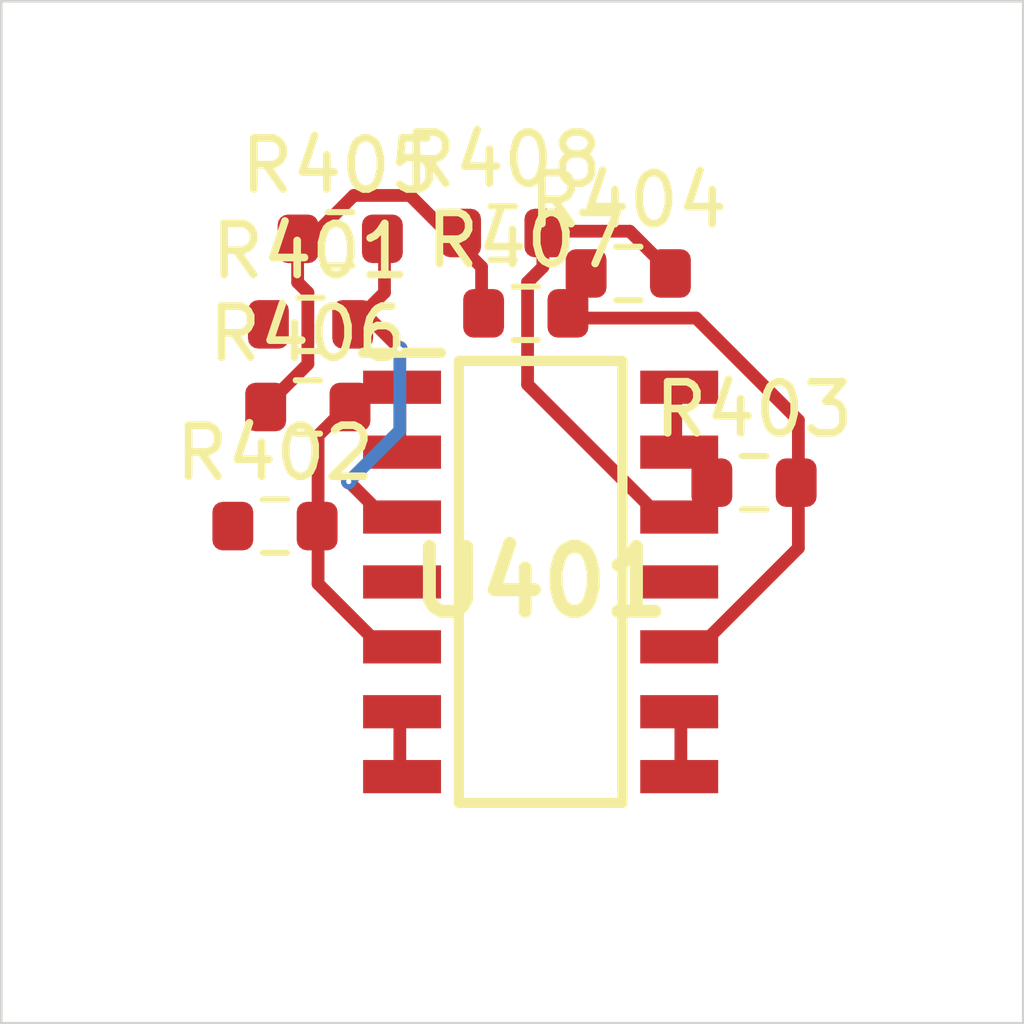
<source format=kicad_pcb>
 ( kicad_pcb  ( version 20171130 )
 ( host pcbnew 5.1.12-84ad8e8a86~92~ubuntu18.04.1 )
 ( general  ( thickness 1.6 )
 ( drawings 4 )
 ( tracks 0 )
 ( zones 0 )
 ( modules 9 )
 ( nets 14 )
)
 ( page A4 )
 ( layers  ( 0 F.Cu signal )
 ( 31 B.Cu signal )
 ( 32 B.Adhes user )
 ( 33 F.Adhes user )
 ( 34 B.Paste user )
 ( 35 F.Paste user )
 ( 36 B.SilkS user )
 ( 37 F.SilkS user )
 ( 38 B.Mask user )
 ( 39 F.Mask user )
 ( 40 Dwgs.User user )
 ( 41 Cmts.User user )
 ( 42 Eco1.User user )
 ( 43 Eco2.User user )
 ( 44 Edge.Cuts user )
 ( 45 Margin user )
 ( 46 B.CrtYd user )
 ( 47 F.CrtYd user )
 ( 48 B.Fab user )
 ( 49 F.Fab user )
)
 ( setup  ( last_trace_width 0.25 )
 ( trace_clearance 0.2 )
 ( zone_clearance 0.508 )
 ( zone_45_only no )
 ( trace_min 0.2 )
 ( via_size 0.8 )
 ( via_drill 0.4 )
 ( via_min_size 0.4 )
 ( via_min_drill 0.3 )
 ( uvia_size 0.3 )
 ( uvia_drill 0.1 )
 ( uvias_allowed no )
 ( uvia_min_size 0.2 )
 ( uvia_min_drill 0.1 )
 ( edge_width 0.05 )
 ( segment_width 0.2 )
 ( pcb_text_width 0.3 )
 ( pcb_text_size 1.5 1.5 )
 ( mod_edge_width 0.12 )
 ( mod_text_size 1 1 )
 ( mod_text_width 0.15 )
 ( pad_size 1.524 1.524 )
 ( pad_drill 0.762 )
 ( pad_to_mask_clearance 0 )
 ( aux_axis_origin 0 0 )
 ( visible_elements FFFFFF7F )
 ( pcbplotparams  ( layerselection 0x010fc_ffffffff )
 ( usegerberextensions false )
 ( usegerberattributes true )
 ( usegerberadvancedattributes true )
 ( creategerberjobfile true )
 ( excludeedgelayer true )
 ( linewidth 0.100000 )
 ( plotframeref false )
 ( viasonmask false )
 ( mode 1 )
 ( useauxorigin false )
 ( hpglpennumber 1 )
 ( hpglpenspeed 20 )
 ( hpglpendiameter 15.000000 )
 ( psnegative false )
 ( psa4output false )
 ( plotreference true )
 ( plotvalue true )
 ( plotinvisibletext false )
 ( padsonsilk false )
 ( subtractmaskfromsilk false )
 ( outputformat 1 )
 ( mirror false )
 ( drillshape 1 )
 ( scaleselection 1 )
 ( outputdirectory "" )
)
)
 ( net 0 "" )
 ( net 1 /Sheet6235D886/vp )
 ( net 2 /Sheet6248AD22/chn0 )
 ( net 3 /Sheet6248AD22/chn1 )
 ( net 4 /Sheet6248AD22/chn2 )
 ( net 5 /Sheet6248AD22/chn3 )
 ( net 6 "Net-(R401-Pad2)" )
 ( net 7 "Net-(R402-Pad2)" )
 ( net 8 "Net-(R403-Pad2)" )
 ( net 9 "Net-(R404-Pad2)" )
 ( net 10 /Sheet6248AD22/chn0_n )
 ( net 11 /Sheet6248AD22/chn1_n )
 ( net 12 /Sheet6248AD22/chn2_n )
 ( net 13 /Sheet6248AD22/chn3_n )
 ( net_class Default "This is the default net class."  ( clearance 0.2 )
 ( trace_width 0.25 )
 ( via_dia 0.8 )
 ( via_drill 0.4 )
 ( uvia_dia 0.3 )
 ( uvia_drill 0.1 )
 ( add_net /Sheet6235D886/vp )
 ( add_net /Sheet6248AD22/chn0 )
 ( add_net /Sheet6248AD22/chn0_n )
 ( add_net /Sheet6248AD22/chn1 )
 ( add_net /Sheet6248AD22/chn1_n )
 ( add_net /Sheet6248AD22/chn2 )
 ( add_net /Sheet6248AD22/chn2_n )
 ( add_net /Sheet6248AD22/chn3 )
 ( add_net /Sheet6248AD22/chn3_n )
 ( add_net "Net-(R401-Pad2)" )
 ( add_net "Net-(R402-Pad2)" )
 ( add_net "Net-(R403-Pad2)" )
 ( add_net "Net-(R404-Pad2)" )
)
 ( module Resistor_SMD:R_0603_1608Metric  ( layer F.Cu )
 ( tedit 5F68FEEE )
 ( tstamp 623425C8 )
 ( at 86.052600 106.323000 )
 ( descr "Resistor SMD 0603 (1608 Metric), square (rectangular) end terminal, IPC_7351 nominal, (Body size source: IPC-SM-782 page 72, https://www.pcb-3d.com/wordpress/wp-content/uploads/ipc-sm-782a_amendment_1_and_2.pdf), generated with kicad-footprint-generator" )
 ( tags resistor )
 ( path /6248AD23/6249ADFD )
 ( attr smd )
 ( fp_text reference R401  ( at 0 -1.43 )
 ( layer F.SilkS )
 ( effects  ( font  ( size 1 1 )
 ( thickness 0.15 )
)
)
)
 ( fp_text value 10M  ( at 0 1.43 )
 ( layer F.Fab )
 ( effects  ( font  ( size 1 1 )
 ( thickness 0.15 )
)
)
)
 ( fp_line  ( start -0.8 0.4125 )
 ( end -0.8 -0.4125 )
 ( layer F.Fab )
 ( width 0.1 )
)
 ( fp_line  ( start -0.8 -0.4125 )
 ( end 0.8 -0.4125 )
 ( layer F.Fab )
 ( width 0.1 )
)
 ( fp_line  ( start 0.8 -0.4125 )
 ( end 0.8 0.4125 )
 ( layer F.Fab )
 ( width 0.1 )
)
 ( fp_line  ( start 0.8 0.4125 )
 ( end -0.8 0.4125 )
 ( layer F.Fab )
 ( width 0.1 )
)
 ( fp_line  ( start -0.237258 -0.5225 )
 ( end 0.237258 -0.5225 )
 ( layer F.SilkS )
 ( width 0.12 )
)
 ( fp_line  ( start -0.237258 0.5225 )
 ( end 0.237258 0.5225 )
 ( layer F.SilkS )
 ( width 0.12 )
)
 ( fp_line  ( start -1.48 0.73 )
 ( end -1.48 -0.73 )
 ( layer F.CrtYd )
 ( width 0.05 )
)
 ( fp_line  ( start -1.48 -0.73 )
 ( end 1.48 -0.73 )
 ( layer F.CrtYd )
 ( width 0.05 )
)
 ( fp_line  ( start 1.48 -0.73 )
 ( end 1.48 0.73 )
 ( layer F.CrtYd )
 ( width 0.05 )
)
 ( fp_line  ( start 1.48 0.73 )
 ( end -1.48 0.73 )
 ( layer F.CrtYd )
 ( width 0.05 )
)
 ( fp_text user %R  ( at 0 0 )
 ( layer F.Fab )
 ( effects  ( font  ( size 0.4 0.4 )
 ( thickness 0.06 )
)
)
)
 ( pad 2 smd roundrect  ( at 0.825 0 )
 ( size 0.8 0.95 )
 ( layers F.Cu F.Mask F.Paste )
 ( roundrect_rratio 0.25 )
 ( net 6 "Net-(R401-Pad2)" )
)
 ( pad 1 smd roundrect  ( at -0.825 0 )
 ( size 0.8 0.95 )
 ( layers F.Cu F.Mask F.Paste )
 ( roundrect_rratio 0.25 )
 ( net 10 /Sheet6248AD22/chn0_n )
)
 ( model ${KISYS3DMOD}/Resistor_SMD.3dshapes/R_0603_1608Metric.wrl  ( at  ( xyz 0 0 0 )
)
 ( scale  ( xyz 1 1 1 )
)
 ( rotate  ( xyz 0 0 0 )
)
)
)
 ( module Resistor_SMD:R_0603_1608Metric  ( layer F.Cu )
 ( tedit 5F68FEEE )
 ( tstamp 623425D9 )
 ( at 85.356800 110.271000 )
 ( descr "Resistor SMD 0603 (1608 Metric), square (rectangular) end terminal, IPC_7351 nominal, (Body size source: IPC-SM-782 page 72, https://www.pcb-3d.com/wordpress/wp-content/uploads/ipc-sm-782a_amendment_1_and_2.pdf), generated with kicad-footprint-generator" )
 ( tags resistor )
 ( path /6248AD23/6249B75E )
 ( attr smd )
 ( fp_text reference R402  ( at 0 -1.43 )
 ( layer F.SilkS )
 ( effects  ( font  ( size 1 1 )
 ( thickness 0.15 )
)
)
)
 ( fp_text value 10M  ( at 0 1.43 )
 ( layer F.Fab )
 ( effects  ( font  ( size 1 1 )
 ( thickness 0.15 )
)
)
)
 ( fp_line  ( start 1.48 0.73 )
 ( end -1.48 0.73 )
 ( layer F.CrtYd )
 ( width 0.05 )
)
 ( fp_line  ( start 1.48 -0.73 )
 ( end 1.48 0.73 )
 ( layer F.CrtYd )
 ( width 0.05 )
)
 ( fp_line  ( start -1.48 -0.73 )
 ( end 1.48 -0.73 )
 ( layer F.CrtYd )
 ( width 0.05 )
)
 ( fp_line  ( start -1.48 0.73 )
 ( end -1.48 -0.73 )
 ( layer F.CrtYd )
 ( width 0.05 )
)
 ( fp_line  ( start -0.237258 0.5225 )
 ( end 0.237258 0.5225 )
 ( layer F.SilkS )
 ( width 0.12 )
)
 ( fp_line  ( start -0.237258 -0.5225 )
 ( end 0.237258 -0.5225 )
 ( layer F.SilkS )
 ( width 0.12 )
)
 ( fp_line  ( start 0.8 0.4125 )
 ( end -0.8 0.4125 )
 ( layer F.Fab )
 ( width 0.1 )
)
 ( fp_line  ( start 0.8 -0.4125 )
 ( end 0.8 0.4125 )
 ( layer F.Fab )
 ( width 0.1 )
)
 ( fp_line  ( start -0.8 -0.4125 )
 ( end 0.8 -0.4125 )
 ( layer F.Fab )
 ( width 0.1 )
)
 ( fp_line  ( start -0.8 0.4125 )
 ( end -0.8 -0.4125 )
 ( layer F.Fab )
 ( width 0.1 )
)
 ( fp_text user %R  ( at 0 0 )
 ( layer F.Fab )
 ( effects  ( font  ( size 0.4 0.4 )
 ( thickness 0.06 )
)
)
)
 ( pad 1 smd roundrect  ( at -0.825 0 )
 ( size 0.8 0.95 )
 ( layers F.Cu F.Mask F.Paste )
 ( roundrect_rratio 0.25 )
 ( net 11 /Sheet6248AD22/chn1_n )
)
 ( pad 2 smd roundrect  ( at 0.825 0 )
 ( size 0.8 0.95 )
 ( layers F.Cu F.Mask F.Paste )
 ( roundrect_rratio 0.25 )
 ( net 7 "Net-(R402-Pad2)" )
)
 ( model ${KISYS3DMOD}/Resistor_SMD.3dshapes/R_0603_1608Metric.wrl  ( at  ( xyz 0 0 0 )
)
 ( scale  ( xyz 1 1 1 )
)
 ( rotate  ( xyz 0 0 0 )
)
)
)
 ( module Resistor_SMD:R_0603_1608Metric  ( layer F.Cu )
 ( tedit 5F68FEEE )
 ( tstamp 623425EA )
 ( at 94.732000 109.421000 )
 ( descr "Resistor SMD 0603 (1608 Metric), square (rectangular) end terminal, IPC_7351 nominal, (Body size source: IPC-SM-782 page 72, https://www.pcb-3d.com/wordpress/wp-content/uploads/ipc-sm-782a_amendment_1_and_2.pdf), generated with kicad-footprint-generator" )
 ( tags resistor )
 ( path /6248AD23/6249FB7A )
 ( attr smd )
 ( fp_text reference R403  ( at 0 -1.43 )
 ( layer F.SilkS )
 ( effects  ( font  ( size 1 1 )
 ( thickness 0.15 )
)
)
)
 ( fp_text value 10M  ( at 0 1.43 )
 ( layer F.Fab )
 ( effects  ( font  ( size 1 1 )
 ( thickness 0.15 )
)
)
)
 ( fp_line  ( start 1.48 0.73 )
 ( end -1.48 0.73 )
 ( layer F.CrtYd )
 ( width 0.05 )
)
 ( fp_line  ( start 1.48 -0.73 )
 ( end 1.48 0.73 )
 ( layer F.CrtYd )
 ( width 0.05 )
)
 ( fp_line  ( start -1.48 -0.73 )
 ( end 1.48 -0.73 )
 ( layer F.CrtYd )
 ( width 0.05 )
)
 ( fp_line  ( start -1.48 0.73 )
 ( end -1.48 -0.73 )
 ( layer F.CrtYd )
 ( width 0.05 )
)
 ( fp_line  ( start -0.237258 0.5225 )
 ( end 0.237258 0.5225 )
 ( layer F.SilkS )
 ( width 0.12 )
)
 ( fp_line  ( start -0.237258 -0.5225 )
 ( end 0.237258 -0.5225 )
 ( layer F.SilkS )
 ( width 0.12 )
)
 ( fp_line  ( start 0.8 0.4125 )
 ( end -0.8 0.4125 )
 ( layer F.Fab )
 ( width 0.1 )
)
 ( fp_line  ( start 0.8 -0.4125 )
 ( end 0.8 0.4125 )
 ( layer F.Fab )
 ( width 0.1 )
)
 ( fp_line  ( start -0.8 -0.4125 )
 ( end 0.8 -0.4125 )
 ( layer F.Fab )
 ( width 0.1 )
)
 ( fp_line  ( start -0.8 0.4125 )
 ( end -0.8 -0.4125 )
 ( layer F.Fab )
 ( width 0.1 )
)
 ( fp_text user %R  ( at 0 0 )
 ( layer F.Fab )
 ( effects  ( font  ( size 0.4 0.4 )
 ( thickness 0.06 )
)
)
)
 ( pad 1 smd roundrect  ( at -0.825 0 )
 ( size 0.8 0.95 )
 ( layers F.Cu F.Mask F.Paste )
 ( roundrect_rratio 0.25 )
 ( net 12 /Sheet6248AD22/chn2_n )
)
 ( pad 2 smd roundrect  ( at 0.825 0 )
 ( size 0.8 0.95 )
 ( layers F.Cu F.Mask F.Paste )
 ( roundrect_rratio 0.25 )
 ( net 8 "Net-(R403-Pad2)" )
)
 ( model ${KISYS3DMOD}/Resistor_SMD.3dshapes/R_0603_1608Metric.wrl  ( at  ( xyz 0 0 0 )
)
 ( scale  ( xyz 1 1 1 )
)
 ( rotate  ( xyz 0 0 0 )
)
)
)
 ( module Resistor_SMD:R_0603_1608Metric  ( layer F.Cu )
 ( tedit 5F68FEEE )
 ( tstamp 623425FB )
 ( at 92.270800 105.327000 )
 ( descr "Resistor SMD 0603 (1608 Metric), square (rectangular) end terminal, IPC_7351 nominal, (Body size source: IPC-SM-782 page 72, https://www.pcb-3d.com/wordpress/wp-content/uploads/ipc-sm-782a_amendment_1_and_2.pdf), generated with kicad-footprint-generator" )
 ( tags resistor )
 ( path /6248AD23/6249FB74 )
 ( attr smd )
 ( fp_text reference R404  ( at 0 -1.43 )
 ( layer F.SilkS )
 ( effects  ( font  ( size 1 1 )
 ( thickness 0.15 )
)
)
)
 ( fp_text value 10M  ( at 0 1.43 )
 ( layer F.Fab )
 ( effects  ( font  ( size 1 1 )
 ( thickness 0.15 )
)
)
)
 ( fp_line  ( start -0.8 0.4125 )
 ( end -0.8 -0.4125 )
 ( layer F.Fab )
 ( width 0.1 )
)
 ( fp_line  ( start -0.8 -0.4125 )
 ( end 0.8 -0.4125 )
 ( layer F.Fab )
 ( width 0.1 )
)
 ( fp_line  ( start 0.8 -0.4125 )
 ( end 0.8 0.4125 )
 ( layer F.Fab )
 ( width 0.1 )
)
 ( fp_line  ( start 0.8 0.4125 )
 ( end -0.8 0.4125 )
 ( layer F.Fab )
 ( width 0.1 )
)
 ( fp_line  ( start -0.237258 -0.5225 )
 ( end 0.237258 -0.5225 )
 ( layer F.SilkS )
 ( width 0.12 )
)
 ( fp_line  ( start -0.237258 0.5225 )
 ( end 0.237258 0.5225 )
 ( layer F.SilkS )
 ( width 0.12 )
)
 ( fp_line  ( start -1.48 0.73 )
 ( end -1.48 -0.73 )
 ( layer F.CrtYd )
 ( width 0.05 )
)
 ( fp_line  ( start -1.48 -0.73 )
 ( end 1.48 -0.73 )
 ( layer F.CrtYd )
 ( width 0.05 )
)
 ( fp_line  ( start 1.48 -0.73 )
 ( end 1.48 0.73 )
 ( layer F.CrtYd )
 ( width 0.05 )
)
 ( fp_line  ( start 1.48 0.73 )
 ( end -1.48 0.73 )
 ( layer F.CrtYd )
 ( width 0.05 )
)
 ( fp_text user %R  ( at 0 0 )
 ( layer F.Fab )
 ( effects  ( font  ( size 0.4 0.4 )
 ( thickness 0.06 )
)
)
)
 ( pad 2 smd roundrect  ( at 0.825 0 )
 ( size 0.8 0.95 )
 ( layers F.Cu F.Mask F.Paste )
 ( roundrect_rratio 0.25 )
 ( net 9 "Net-(R404-Pad2)" )
)
 ( pad 1 smd roundrect  ( at -0.825 0 )
 ( size 0.8 0.95 )
 ( layers F.Cu F.Mask F.Paste )
 ( roundrect_rratio 0.25 )
 ( net 13 /Sheet6248AD22/chn3_n )
)
 ( model ${KISYS3DMOD}/Resistor_SMD.3dshapes/R_0603_1608Metric.wrl  ( at  ( xyz 0 0 0 )
)
 ( scale  ( xyz 1 1 1 )
)
 ( rotate  ( xyz 0 0 0 )
)
)
)
 ( module Resistor_SMD:R_0603_1608Metric  ( layer F.Cu )
 ( tedit 5F68FEEE )
 ( tstamp 6234260C )
 ( at 86.633700 104.649000 )
 ( descr "Resistor SMD 0603 (1608 Metric), square (rectangular) end terminal, IPC_7351 nominal, (Body size source: IPC-SM-782 page 72, https://www.pcb-3d.com/wordpress/wp-content/uploads/ipc-sm-782a_amendment_1_and_2.pdf), generated with kicad-footprint-generator" )
 ( tags resistor )
 ( path /6248AD23/62497F62 )
 ( attr smd )
 ( fp_text reference R405  ( at 0 -1.43 )
 ( layer F.SilkS )
 ( effects  ( font  ( size 1 1 )
 ( thickness 0.15 )
)
)
)
 ( fp_text value 750k  ( at 0 1.43 )
 ( layer F.Fab )
 ( effects  ( font  ( size 1 1 )
 ( thickness 0.15 )
)
)
)
 ( fp_line  ( start -0.8 0.4125 )
 ( end -0.8 -0.4125 )
 ( layer F.Fab )
 ( width 0.1 )
)
 ( fp_line  ( start -0.8 -0.4125 )
 ( end 0.8 -0.4125 )
 ( layer F.Fab )
 ( width 0.1 )
)
 ( fp_line  ( start 0.8 -0.4125 )
 ( end 0.8 0.4125 )
 ( layer F.Fab )
 ( width 0.1 )
)
 ( fp_line  ( start 0.8 0.4125 )
 ( end -0.8 0.4125 )
 ( layer F.Fab )
 ( width 0.1 )
)
 ( fp_line  ( start -0.237258 -0.5225 )
 ( end 0.237258 -0.5225 )
 ( layer F.SilkS )
 ( width 0.12 )
)
 ( fp_line  ( start -0.237258 0.5225 )
 ( end 0.237258 0.5225 )
 ( layer F.SilkS )
 ( width 0.12 )
)
 ( fp_line  ( start -1.48 0.73 )
 ( end -1.48 -0.73 )
 ( layer F.CrtYd )
 ( width 0.05 )
)
 ( fp_line  ( start -1.48 -0.73 )
 ( end 1.48 -0.73 )
 ( layer F.CrtYd )
 ( width 0.05 )
)
 ( fp_line  ( start 1.48 -0.73 )
 ( end 1.48 0.73 )
 ( layer F.CrtYd )
 ( width 0.05 )
)
 ( fp_line  ( start 1.48 0.73 )
 ( end -1.48 0.73 )
 ( layer F.CrtYd )
 ( width 0.05 )
)
 ( fp_text user %R  ( at 0 0 )
 ( layer F.Fab )
 ( effects  ( font  ( size 0.4 0.4 )
 ( thickness 0.06 )
)
)
)
 ( pad 2 smd roundrect  ( at 0.825 0 )
 ( size 0.8 0.95 )
 ( layers F.Cu F.Mask F.Paste )
 ( roundrect_rratio 0.25 )
 ( net 6 "Net-(R401-Pad2)" )
)
 ( pad 1 smd roundrect  ( at -0.825 0 )
 ( size 0.8 0.95 )
 ( layers F.Cu F.Mask F.Paste )
 ( roundrect_rratio 0.25 )
 ( net 1 /Sheet6235D886/vp )
)
 ( model ${KISYS3DMOD}/Resistor_SMD.3dshapes/R_0603_1608Metric.wrl  ( at  ( xyz 0 0 0 )
)
 ( scale  ( xyz 1 1 1 )
)
 ( rotate  ( xyz 0 0 0 )
)
)
)
 ( module Resistor_SMD:R_0603_1608Metric  ( layer F.Cu )
 ( tedit 5F68FEEE )
 ( tstamp 6234261D )
 ( at 85.999900 107.940000 )
 ( descr "Resistor SMD 0603 (1608 Metric), square (rectangular) end terminal, IPC_7351 nominal, (Body size source: IPC-SM-782 page 72, https://www.pcb-3d.com/wordpress/wp-content/uploads/ipc-sm-782a_amendment_1_and_2.pdf), generated with kicad-footprint-generator" )
 ( tags resistor )
 ( path /6248AD23/62499098 )
 ( attr smd )
 ( fp_text reference R406  ( at 0 -1.43 )
 ( layer F.SilkS )
 ( effects  ( font  ( size 1 1 )
 ( thickness 0.15 )
)
)
)
 ( fp_text value 750k  ( at 0 1.43 )
 ( layer F.Fab )
 ( effects  ( font  ( size 1 1 )
 ( thickness 0.15 )
)
)
)
 ( fp_line  ( start 1.48 0.73 )
 ( end -1.48 0.73 )
 ( layer F.CrtYd )
 ( width 0.05 )
)
 ( fp_line  ( start 1.48 -0.73 )
 ( end 1.48 0.73 )
 ( layer F.CrtYd )
 ( width 0.05 )
)
 ( fp_line  ( start -1.48 -0.73 )
 ( end 1.48 -0.73 )
 ( layer F.CrtYd )
 ( width 0.05 )
)
 ( fp_line  ( start -1.48 0.73 )
 ( end -1.48 -0.73 )
 ( layer F.CrtYd )
 ( width 0.05 )
)
 ( fp_line  ( start -0.237258 0.5225 )
 ( end 0.237258 0.5225 )
 ( layer F.SilkS )
 ( width 0.12 )
)
 ( fp_line  ( start -0.237258 -0.5225 )
 ( end 0.237258 -0.5225 )
 ( layer F.SilkS )
 ( width 0.12 )
)
 ( fp_line  ( start 0.8 0.4125 )
 ( end -0.8 0.4125 )
 ( layer F.Fab )
 ( width 0.1 )
)
 ( fp_line  ( start 0.8 -0.4125 )
 ( end 0.8 0.4125 )
 ( layer F.Fab )
 ( width 0.1 )
)
 ( fp_line  ( start -0.8 -0.4125 )
 ( end 0.8 -0.4125 )
 ( layer F.Fab )
 ( width 0.1 )
)
 ( fp_line  ( start -0.8 0.4125 )
 ( end -0.8 -0.4125 )
 ( layer F.Fab )
 ( width 0.1 )
)
 ( fp_text user %R  ( at 0 0 )
 ( layer F.Fab )
 ( effects  ( font  ( size 0.4 0.4 )
 ( thickness 0.06 )
)
)
)
 ( pad 1 smd roundrect  ( at -0.825 0 )
 ( size 0.8 0.95 )
 ( layers F.Cu F.Mask F.Paste )
 ( roundrect_rratio 0.25 )
 ( net 1 /Sheet6235D886/vp )
)
 ( pad 2 smd roundrect  ( at 0.825 0 )
 ( size 0.8 0.95 )
 ( layers F.Cu F.Mask F.Paste )
 ( roundrect_rratio 0.25 )
 ( net 7 "Net-(R402-Pad2)" )
)
 ( model ${KISYS3DMOD}/Resistor_SMD.3dshapes/R_0603_1608Metric.wrl  ( at  ( xyz 0 0 0 )
)
 ( scale  ( xyz 1 1 1 )
)
 ( rotate  ( xyz 0 0 0 )
)
)
)
 ( module Resistor_SMD:R_0603_1608Metric  ( layer F.Cu )
 ( tedit 5F68FEEE )
 ( tstamp 6234262E )
 ( at 90.264900 106.107000 )
 ( descr "Resistor SMD 0603 (1608 Metric), square (rectangular) end terminal, IPC_7351 nominal, (Body size source: IPC-SM-782 page 72, https://www.pcb-3d.com/wordpress/wp-content/uploads/ipc-sm-782a_amendment_1_and_2.pdf), generated with kicad-footprint-generator" )
 ( tags resistor )
 ( path /6248AD23/624A0FFB )
 ( attr smd )
 ( fp_text reference R407  ( at 0 -1.43 )
 ( layer F.SilkS )
 ( effects  ( font  ( size 1 1 )
 ( thickness 0.15 )
)
)
)
 ( fp_text value 1.5M  ( at 0 1.43 )
 ( layer F.Fab )
 ( effects  ( font  ( size 1 1 )
 ( thickness 0.15 )
)
)
)
 ( fp_line  ( start 1.48 0.73 )
 ( end -1.48 0.73 )
 ( layer F.CrtYd )
 ( width 0.05 )
)
 ( fp_line  ( start 1.48 -0.73 )
 ( end 1.48 0.73 )
 ( layer F.CrtYd )
 ( width 0.05 )
)
 ( fp_line  ( start -1.48 -0.73 )
 ( end 1.48 -0.73 )
 ( layer F.CrtYd )
 ( width 0.05 )
)
 ( fp_line  ( start -1.48 0.73 )
 ( end -1.48 -0.73 )
 ( layer F.CrtYd )
 ( width 0.05 )
)
 ( fp_line  ( start -0.237258 0.5225 )
 ( end 0.237258 0.5225 )
 ( layer F.SilkS )
 ( width 0.12 )
)
 ( fp_line  ( start -0.237258 -0.5225 )
 ( end 0.237258 -0.5225 )
 ( layer F.SilkS )
 ( width 0.12 )
)
 ( fp_line  ( start 0.8 0.4125 )
 ( end -0.8 0.4125 )
 ( layer F.Fab )
 ( width 0.1 )
)
 ( fp_line  ( start 0.8 -0.4125 )
 ( end 0.8 0.4125 )
 ( layer F.Fab )
 ( width 0.1 )
)
 ( fp_line  ( start -0.8 -0.4125 )
 ( end 0.8 -0.4125 )
 ( layer F.Fab )
 ( width 0.1 )
)
 ( fp_line  ( start -0.8 0.4125 )
 ( end -0.8 -0.4125 )
 ( layer F.Fab )
 ( width 0.1 )
)
 ( fp_text user %R  ( at 0 0 )
 ( layer F.Fab )
 ( effects  ( font  ( size 0.4 0.4 )
 ( thickness 0.06 )
)
)
)
 ( pad 1 smd roundrect  ( at -0.825 0 )
 ( size 0.8 0.95 )
 ( layers F.Cu F.Mask F.Paste )
 ( roundrect_rratio 0.25 )
 ( net 1 /Sheet6235D886/vp )
)
 ( pad 2 smd roundrect  ( at 0.825 0 )
 ( size 0.8 0.95 )
 ( layers F.Cu F.Mask F.Paste )
 ( roundrect_rratio 0.25 )
 ( net 8 "Net-(R403-Pad2)" )
)
 ( model ${KISYS3DMOD}/Resistor_SMD.3dshapes/R_0603_1608Metric.wrl  ( at  ( xyz 0 0 0 )
)
 ( scale  ( xyz 1 1 1 )
)
 ( rotate  ( xyz 0 0 0 )
)
)
)
 ( module Resistor_SMD:R_0603_1608Metric  ( layer F.Cu )
 ( tedit 5F68FEEE )
 ( tstamp 6234263F )
 ( at 89.814200 104.535000 )
 ( descr "Resistor SMD 0603 (1608 Metric), square (rectangular) end terminal, IPC_7351 nominal, (Body size source: IPC-SM-782 page 72, https://www.pcb-3d.com/wordpress/wp-content/uploads/ipc-sm-782a_amendment_1_and_2.pdf), generated with kicad-footprint-generator" )
 ( tags resistor )
 ( path /6248AD23/624A093C )
 ( attr smd )
 ( fp_text reference R408  ( at 0 -1.43 )
 ( layer F.SilkS )
 ( effects  ( font  ( size 1 1 )
 ( thickness 0.15 )
)
)
)
 ( fp_text value 1.5M  ( at 0 1.43 )
 ( layer F.Fab )
 ( effects  ( font  ( size 1 1 )
 ( thickness 0.15 )
)
)
)
 ( fp_line  ( start -0.8 0.4125 )
 ( end -0.8 -0.4125 )
 ( layer F.Fab )
 ( width 0.1 )
)
 ( fp_line  ( start -0.8 -0.4125 )
 ( end 0.8 -0.4125 )
 ( layer F.Fab )
 ( width 0.1 )
)
 ( fp_line  ( start 0.8 -0.4125 )
 ( end 0.8 0.4125 )
 ( layer F.Fab )
 ( width 0.1 )
)
 ( fp_line  ( start 0.8 0.4125 )
 ( end -0.8 0.4125 )
 ( layer F.Fab )
 ( width 0.1 )
)
 ( fp_line  ( start -0.237258 -0.5225 )
 ( end 0.237258 -0.5225 )
 ( layer F.SilkS )
 ( width 0.12 )
)
 ( fp_line  ( start -0.237258 0.5225 )
 ( end 0.237258 0.5225 )
 ( layer F.SilkS )
 ( width 0.12 )
)
 ( fp_line  ( start -1.48 0.73 )
 ( end -1.48 -0.73 )
 ( layer F.CrtYd )
 ( width 0.05 )
)
 ( fp_line  ( start -1.48 -0.73 )
 ( end 1.48 -0.73 )
 ( layer F.CrtYd )
 ( width 0.05 )
)
 ( fp_line  ( start 1.48 -0.73 )
 ( end 1.48 0.73 )
 ( layer F.CrtYd )
 ( width 0.05 )
)
 ( fp_line  ( start 1.48 0.73 )
 ( end -1.48 0.73 )
 ( layer F.CrtYd )
 ( width 0.05 )
)
 ( fp_text user %R  ( at 0 0 )
 ( layer F.Fab )
 ( effects  ( font  ( size 0.4 0.4 )
 ( thickness 0.06 )
)
)
)
 ( pad 2 smd roundrect  ( at 0.825 0 )
 ( size 0.8 0.95 )
 ( layers F.Cu F.Mask F.Paste )
 ( roundrect_rratio 0.25 )
 ( net 9 "Net-(R404-Pad2)" )
)
 ( pad 1 smd roundrect  ( at -0.825 0 )
 ( size 0.8 0.95 )
 ( layers F.Cu F.Mask F.Paste )
 ( roundrect_rratio 0.25 )
 ( net 1 /Sheet6235D886/vp )
)
 ( model ${KISYS3DMOD}/Resistor_SMD.3dshapes/R_0603_1608Metric.wrl  ( at  ( xyz 0 0 0 )
)
 ( scale  ( xyz 1 1 1 )
)
 ( rotate  ( xyz 0 0 0 )
)
)
)
 ( module TL074HIDR:SOIC127P600X175-14N locked  ( layer F.Cu )
 ( tedit 62336F37 )
 ( tstamp 62342709 )
 ( at 90.555600 111.364000 )
 ( descr "D (-R-PDSO-G14)" )
 ( tags "Integrated Circuit" )
 ( path /6248AD23/624976B2 )
 ( attr smd )
 ( fp_text reference U401  ( at 0 0 )
 ( layer F.SilkS )
 ( effects  ( font  ( size 1.27 1.27 )
 ( thickness 0.254 )
)
)
)
 ( fp_text value TL074  ( at 0 0 )
 ( layer F.SilkS )
hide  ( effects  ( font  ( size 1.27 1.27 )
 ( thickness 0.254 )
)
)
)
 ( fp_line  ( start -3.725 -4.625 )
 ( end 3.725 -4.625 )
 ( layer Dwgs.User )
 ( width 0.05 )
)
 ( fp_line  ( start 3.725 -4.625 )
 ( end 3.725 4.625 )
 ( layer Dwgs.User )
 ( width 0.05 )
)
 ( fp_line  ( start 3.725 4.625 )
 ( end -3.725 4.625 )
 ( layer Dwgs.User )
 ( width 0.05 )
)
 ( fp_line  ( start -3.725 4.625 )
 ( end -3.725 -4.625 )
 ( layer Dwgs.User )
 ( width 0.05 )
)
 ( fp_line  ( start -1.95 -4.325 )
 ( end 1.95 -4.325 )
 ( layer Dwgs.User )
 ( width 0.1 )
)
 ( fp_line  ( start 1.95 -4.325 )
 ( end 1.95 4.325 )
 ( layer Dwgs.User )
 ( width 0.1 )
)
 ( fp_line  ( start 1.95 4.325 )
 ( end -1.95 4.325 )
 ( layer Dwgs.User )
 ( width 0.1 )
)
 ( fp_line  ( start -1.95 4.325 )
 ( end -1.95 -4.325 )
 ( layer Dwgs.User )
 ( width 0.1 )
)
 ( fp_line  ( start -1.95 -3.055 )
 ( end -0.68 -4.325 )
 ( layer Dwgs.User )
 ( width 0.1 )
)
 ( fp_line  ( start -1.6 -4.325 )
 ( end 1.6 -4.325 )
 ( layer F.SilkS )
 ( width 0.2 )
)
 ( fp_line  ( start 1.6 -4.325 )
 ( end 1.6 4.325 )
 ( layer F.SilkS )
 ( width 0.2 )
)
 ( fp_line  ( start 1.6 4.325 )
 ( end -1.6 4.325 )
 ( layer F.SilkS )
 ( width 0.2 )
)
 ( fp_line  ( start -1.6 4.325 )
 ( end -1.6 -4.325 )
 ( layer F.SilkS )
 ( width 0.2 )
)
 ( fp_line  ( start -3.475 -4.485 )
 ( end -1.95 -4.485 )
 ( layer F.SilkS )
 ( width 0.2 )
)
 ( pad 1 smd rect  ( at -2.712 -3.81 90.000000 )
 ( size 0.65 1.525 )
 ( layers F.Cu F.Mask F.Paste )
 ( net 2 /Sheet6248AD22/chn0 )
)
 ( pad 2 smd rect  ( at -2.712 -2.54 90.000000 )
 ( size 0.65 1.525 )
 ( layers F.Cu F.Mask F.Paste )
 ( net 2 /Sheet6248AD22/chn0 )
)
 ( pad 3 smd rect  ( at -2.712 -1.27 90.000000 )
 ( size 0.65 1.525 )
 ( layers F.Cu F.Mask F.Paste )
 ( net 6 "Net-(R401-Pad2)" )
)
 ( pad 4 smd rect  ( at -2.712 0 90.000000 )
 ( size 0.65 1.525 )
 ( layers F.Cu F.Mask F.Paste )
)
 ( pad 5 smd rect  ( at -2.712 1.27 90.000000 )
 ( size 0.65 1.525 )
 ( layers F.Cu F.Mask F.Paste )
 ( net 7 "Net-(R402-Pad2)" )
)
 ( pad 6 smd rect  ( at -2.712 2.54 90.000000 )
 ( size 0.65 1.525 )
 ( layers F.Cu F.Mask F.Paste )
 ( net 3 /Sheet6248AD22/chn1 )
)
 ( pad 7 smd rect  ( at -2.712 3.81 90.000000 )
 ( size 0.65 1.525 )
 ( layers F.Cu F.Mask F.Paste )
 ( net 3 /Sheet6248AD22/chn1 )
)
 ( pad 8 smd rect  ( at 2.712 3.81 90.000000 )
 ( size 0.65 1.525 )
 ( layers F.Cu F.Mask F.Paste )
 ( net 4 /Sheet6248AD22/chn2 )
)
 ( pad 9 smd rect  ( at 2.712 2.54 90.000000 )
 ( size 0.65 1.525 )
 ( layers F.Cu F.Mask F.Paste )
 ( net 4 /Sheet6248AD22/chn2 )
)
 ( pad 10 smd rect  ( at 2.712 1.27 90.000000 )
 ( size 0.65 1.525 )
 ( layers F.Cu F.Mask F.Paste )
 ( net 8 "Net-(R403-Pad2)" )
)
 ( pad 11 smd rect  ( at 2.712 0 90.000000 )
 ( size 0.65 1.525 )
 ( layers F.Cu F.Mask F.Paste )
)
 ( pad 12 smd rect  ( at 2.712 -1.27 90.000000 )
 ( size 0.65 1.525 )
 ( layers F.Cu F.Mask F.Paste )
 ( net 9 "Net-(R404-Pad2)" )
)
 ( pad 13 smd rect  ( at 2.712 -2.54 90.000000 )
 ( size 0.65 1.525 )
 ( layers F.Cu F.Mask F.Paste )
 ( net 5 /Sheet6248AD22/chn3 )
)
 ( pad 14 smd rect  ( at 2.712 -3.81 90.000000 )
 ( size 0.65 1.525 )
 ( layers F.Cu F.Mask F.Paste )
 ( net 5 /Sheet6248AD22/chn3 )
)
)
 ( gr_line  ( start 100 100 )
 ( end 100 120 )
 ( layer Edge.Cuts )
 ( width 0.05 )
 ( tstamp 62E76D2A )
)
 ( gr_line  ( start 80 120 )
 ( end 100 120 )
 ( layer Edge.Cuts )
 ( width 0.05 )
 ( tstamp 62E76D27 )
)
 ( gr_line  ( start 80 100 )
 ( end 80 120 )
 ( layer Edge.Cuts )
 ( width 0.05 )
 ( tstamp 6234110C )
)
 ( gr_line  ( start 80 100 )
 ( end 100 100 )
 ( layer Edge.Cuts )
 ( width 0.05 )
)
 ( segment  ( start 85.200001 107.900002 )
 ( end 86.000001 107.100002 )
 ( width 0.250000 )
 ( layer F.Cu )
 ( net 1 )
)
 ( segment  ( start 86.000001 107.100002 )
 ( end 86.000001 105.700002 )
 ( width 0.250000 )
 ( layer F.Cu )
 ( net 1 )
)
 ( segment  ( start 86.000001 105.700002 )
 ( end 85.800001 105.500002 )
 ( width 0.250000 )
 ( layer F.Cu )
 ( net 1 )
)
 ( segment  ( start 85.800001 105.500002 )
 ( end 85.800001 104.600002 )
 ( width 0.250000 )
 ( layer F.Cu )
 ( net 1 )
)
 ( segment  ( start 89.400001 106.100002 )
 ( end 89.400001 105.200002 )
 ( width 0.250000 )
 ( layer F.Cu )
 ( net 1 )
)
 ( segment  ( start 89.400001 105.200002 )
 ( end 88.000001 103.800002 )
 ( width 0.250000 )
 ( layer F.Cu )
 ( net 1 )
)
 ( segment  ( start 88.000001 103.800002 )
 ( end 86.900001 103.800002 )
 ( width 0.250000 )
 ( layer F.Cu )
 ( net 1 )
)
 ( segment  ( start 86.900001 103.800002 )
 ( end 86.100001 104.600002 )
 ( width 0.250000 )
 ( layer F.Cu )
 ( net 1 )
)
 ( segment  ( start 86.100001 104.600002 )
 ( end 85.800001 104.600002 )
 ( width 0.250000 )
 ( layer F.Cu )
 ( net 1 )
)
 ( segment  ( start 89.000001 104.500002 )
 ( end 88.900001 104.600002 )
 ( width 0.250000 )
 ( layer F.Cu )
 ( net 1 )
)
 ( segment  ( start 88.900001 104.600002 )
 ( end 88.900001 104.700002 )
 ( width 0.250000 )
 ( layer F.Cu )
 ( net 1 )
)
 ( segment  ( start 87.800001 108.800002 )
 ( end 87.800001 107.600002 )
 ( width 0.250000 )
 ( layer F.Cu )
 ( net 2 )
)
 ( segment  ( start 87.800001 115.200002 )
 ( end 87.800001 113.900002 )
 ( width 0.250000 )
 ( layer F.Cu )
 ( net 3 )
)
 ( segment  ( start 93.300001 113.900002 )
 ( end 93.300001 115.200002 )
 ( width 0.250000 )
 ( layer F.Cu )
 ( net 4 )
)
 ( segment  ( start 93.300001 107.600002 )
 ( end 93.200001 107.700002 )
 ( width 0.250000 )
 ( layer F.Cu )
 ( net 5 )
)
 ( segment  ( start 93.200001 107.700002 )
 ( end 93.200001 108.700002 )
 ( width 0.250000 )
 ( layer F.Cu )
 ( net 5 )
)
 ( segment  ( start 93.200001 108.700002 )
 ( end 93.300001 108.800002 )
 ( width 0.250000 )
 ( layer F.Cu )
 ( net 5 )
)
 ( segment  ( start 87.500001 104.600002 )
 ( end 87.500001 105.700002 )
 ( width 0.250000 )
 ( layer F.Cu )
 ( net 6 )
)
 ( segment  ( start 87.500001 105.700002 )
 ( end 86.900001 106.300002 )
 ( width 0.250000 )
 ( layer F.Cu )
 ( net 6 )
)
 ( segment  ( start 87.800001 110.100002 )
 ( end 87.500001 110.100002 )
 ( width 0.250000 )
 ( layer F.Cu )
 ( net 6 )
)
 ( segment  ( start 87.500001 110.100002 )
 ( end 86.800001 109.400002 )
 ( width 0.250000 )
 ( layer F.Cu )
 ( net 6 )
)
 ( segment  ( start 86.800001 109.400002 )
 ( end 87.800001 108.400002 )
 ( width 0.250000 )
 ( layer B.Cu )
 ( net 6 )
)
 ( segment  ( start 87.800001 108.400002 )
 ( end 87.800001 106.800002 )
 ( width 0.250000 )
 ( layer B.Cu )
 ( net 6 )
)
 ( segment  ( start 87.800001 106.800002 )
 ( end 87.100001 106.100002 )
 ( width 0.250000 )
 ( layer F.Cu )
 ( net 6 )
)
 ( via micro  ( at 86.800001 109.400002 )
 ( size 0.300000 )
 ( drill 0.100000 )
 ( layers F.Cu B.Cu )
 ( net 6 )
)
 ( via micro  ( at 87.800001 106.800002 )
 ( size 0.300000 )
 ( drill 0.100000 )
 ( layers F.Cu B.Cu )
 ( net 6 )
)
 ( segment  ( start 86.800001 107.900002 )
 ( end 86.200001 108.500002 )
 ( width 0.250000 )
 ( layer F.Cu )
 ( net 7 )
)
 ( segment  ( start 86.200001 108.500002 )
 ( end 86.200001 110.300002 )
 ( width 0.250000 )
 ( layer F.Cu )
 ( net 7 )
)
 ( segment  ( start 87.800001 112.600002 )
 ( end 87.400001 112.600002 )
 ( width 0.250000 )
 ( layer F.Cu )
 ( net 7 )
)
 ( segment  ( start 87.400001 112.600002 )
 ( end 86.200001 111.400002 )
 ( width 0.250000 )
 ( layer F.Cu )
 ( net 7 )
)
 ( segment  ( start 86.200001 111.400002 )
 ( end 86.200001 110.300002 )
 ( width 0.250000 )
 ( layer F.Cu )
 ( net 7 )
)
 ( segment  ( start 91.100001 106.100002 )
 ( end 91.200001 106.200002 )
 ( width 0.250000 )
 ( layer F.Cu )
 ( net 8 )
)
 ( segment  ( start 91.200001 106.200002 )
 ( end 93.600001 106.200002 )
 ( width 0.250000 )
 ( layer F.Cu )
 ( net 8 )
)
 ( segment  ( start 93.600001 106.200002 )
 ( end 95.600001 108.200002 )
 ( width 0.250000 )
 ( layer F.Cu )
 ( net 8 )
)
 ( segment  ( start 95.600001 108.200002 )
 ( end 95.600001 109.400002 )
 ( width 0.250000 )
 ( layer F.Cu )
 ( net 8 )
)
 ( segment  ( start 93.300001 112.600002 )
 ( end 93.700001 112.600002 )
 ( width 0.250000 )
 ( layer F.Cu )
 ( net 8 )
)
 ( segment  ( start 93.700001 112.600002 )
 ( end 95.600001 110.700002 )
 ( width 0.250000 )
 ( layer F.Cu )
 ( net 8 )
)
 ( segment  ( start 95.600001 110.700002 )
 ( end 95.600001 109.400002 )
 ( width 0.250000 )
 ( layer F.Cu )
 ( net 8 )
)
 ( segment  ( start 90.600001 104.500002 )
 ( end 92.300001 104.500002 )
 ( width 0.250000 )
 ( layer F.Cu )
 ( net 9 )
)
 ( segment  ( start 92.300001 104.500002 )
 ( end 93.100001 105.300002 )
 ( width 0.250000 )
 ( layer F.Cu )
 ( net 9 )
)
 ( segment  ( start 93.300001 110.100002 )
 ( end 92.900001 110.100002 )
 ( width 0.250000 )
 ( layer F.Cu )
 ( net 9 )
)
 ( segment  ( start 92.900001 110.100002 )
 ( end 90.300001 107.500002 )
 ( width 0.250000 )
 ( layer F.Cu )
 ( net 9 )
)
 ( segment  ( start 90.300001 107.500002 )
 ( end 90.300001 105.500002 )
 ( width 0.250000 )
 ( layer F.Cu )
 ( net 9 )
)
 ( segment  ( start 90.300001 105.500002 )
 ( end 90.600001 105.200002 )
 ( width 0.250000 )
 ( layer F.Cu )
 ( net 9 )
)
 ( segment  ( start 90.600001 105.200002 )
 ( end 90.600001 104.500002 )
 ( width 0.250000 )
 ( layer F.Cu )
 ( net 9 )
)
)

</source>
